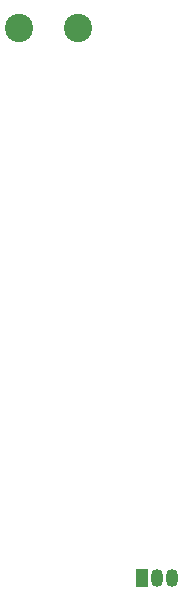
<source format=gbr>
%TF.GenerationSoftware,KiCad,Pcbnew,8.0.6*%
%TF.CreationDate,2025-01-24T16:12:19-05:00*%
%TF.ProjectId,SCAN,5343414e-2e6b-4696-9361-645f70636258,v1.0*%
%TF.SameCoordinates,Original*%
%TF.FileFunction,Soldermask,Bot*%
%TF.FilePolarity,Negative*%
%FSLAX46Y46*%
G04 Gerber Fmt 4.6, Leading zero omitted, Abs format (unit mm)*
G04 Created by KiCad (PCBNEW 8.0.6) date 2025-01-24 16:12:19*
%MOMM*%
%LPD*%
G01*
G04 APERTURE LIST*
%ADD10R,1.050000X1.500000*%
%ADD11O,1.050000X1.500000*%
%ADD12C,2.400000*%
G04 APERTURE END LIST*
D10*
%TO.C,Q1*%
X351025000Y-107605000D03*
D11*
X352295000Y-107605000D03*
X353565000Y-107605000D03*
%TD*%
D12*
%TO.C,TH1*%
X340550000Y-61080000D03*
X345550000Y-61080000D03*
%TD*%
M02*

</source>
